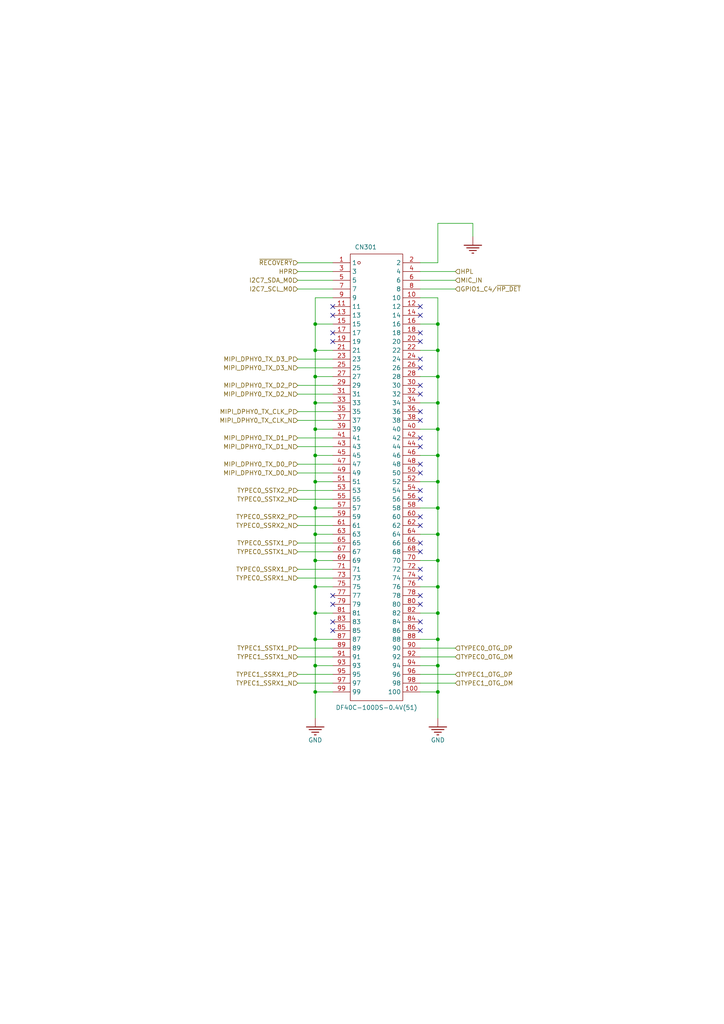
<source format=kicad_sch>
(kicad_sch (version 20250114) (generator "eeschema") (generator_version "9.0")
  (paper "A4" portrait)
  (lib_symbols
    (symbol "mainboard:DF40C-100DS-0.4V(51)"
      (symbol "DF40C-100DS-0.4V(51)_1_0"
        (rectangle (start -7.62 63.5) (end 7.62 -66.04))
        (circle (center -5.08 60.96) (radius 0.381))
        (pin input line (at -12.7 60.96 0) (length 5.08) (name "1") (number "1"))
        (pin input line (at -12.7 58.42 0) (length 5.08) (name "3") (number "3"))
        (pin input line (at -12.7 55.88 0) (length 5.08) (name "5") (number "5"))
        (pin input line (at -12.7 53.34 0) (length 5.08) (name "7") (number "7"))
        (pin input line (at -12.7 50.8 0) (length 5.08) (name "9") (number "9"))
        (pin input line (at -12.7 48.26 0) (length 5.08) (name "11") (number "11"))
        (pin input line (at -12.7 45.72 0) (length 5.08) (name "13") (number "13"))
        (pin input line (at -12.7 43.18 0) (length 5.08) (name "15") (number "15"))
        (pin input line (at -12.7 40.64 0) (length 5.08) (name "17") (number "17"))
        (pin input line (at -12.7 38.1 0) (length 5.08) (name "19") (number "19"))
        (pin input line (at -12.7 35.56 0) (length 5.08) (name "21") (number "21"))
        (pin input line (at -12.7 33.02 0) (length 5.08) (name "23") (number "23"))
        (pin input line (at -12.7 30.48 0) (length 5.08) (name "25") (number "25"))
        (pin input line (at -12.7 27.94 0) (length 5.08) (name "27") (number "27"))
        (pin input line (at -12.7 25.4 0) (length 5.08) (name "29") (number "29"))
        (pin input line (at -12.7 22.86 0) (length 5.08) (name "31") (number "31"))
        (pin input line (at -12.7 20.32 0) (length 5.08) (name "33") (number "33"))
        (pin input line (at -12.7 17.78 0) (length 5.08) (name "35") (number "35"))
        (pin input line (at -12.7 15.24 0) (length 5.08) (name "37") (number "37"))
        (pin input line (at -12.7 12.7 0) (length 5.08) (name "39") (number "39"))
        (pin input line (at -12.7 10.16 0) (length 5.08) (name "41") (number "41"))
        (pin input line (at -12.7 7.62 0) (length 5.08) (name "43") (number "43"))
        (pin input line (at -12.7 5.08 0) (length 5.08) (name "45") (number "45"))
        (pin input line (at -12.7 2.54 0) (length 5.08) (name "47") (number "47"))
        (pin input line (at -12.7 0 0) (length 5.08) (name "49") (number "49"))
        (pin input line (at -12.7 -2.54 0) (length 5.08) (name "51") (number "51"))
        (pin input line (at -12.7 -5.08 0) (length 5.08) (name "53") (number "53"))
        (pin input line (at -12.7 -7.62 0) (length 5.08) (name "55") (number "55"))
        (pin input line (at -12.7 -10.16 0) (length 5.08) (name "57") (number "57"))
        (pin input line (at -12.7 -12.7 0) (length 5.08) (name "59") (number "59"))
        (pin input line (at -12.7 -15.24 0) (length 5.08) (name "61") (number "61"))
        (pin input line (at -12.7 -17.78 0) (length 5.08) (name "63") (number "63"))
        (pin input line (at -12.7 -20.32 0) (length 5.08) (name "65") (number "65"))
        (pin input line (at -12.7 -22.86 0) (length 5.08) (name "67") (number "67"))
        (pin input line (at -12.7 -25.4 0) (length 5.08) (name "69") (number "69"))
        (pin input line (at -12.7 -27.94 0) (length 5.08) (name "71") (number "71"))
        (pin input line (at -12.7 -30.48 0) (length 5.08) (name "73") (number "73"))
        (pin input line (at -12.7 -33.02 0) (length 5.08) (name "75") (number "75"))
        (pin input line (at -12.7 -35.56 0) (length 5.08) (name "77") (number "77"))
        (pin input line (at -12.7 -38.1 0) (length 5.08) (name "79") (number "79"))
        (pin input line (at -12.7 -40.64 0) (length 5.08) (name "81") (number "81"))
        (pin input line (at -12.7 -43.18 0) (length 5.08) (name "83") (number "83"))
        (pin input line (at -12.7 -45.72 0) (length 5.08) (name "85") (number "85"))
        (pin input line (at -12.7 -48.26 0) (length 5.08) (name "87") (number "87"))
        (pin input line (at -12.7 -50.8 0) (length 5.08) (name "89") (number "89"))
        (pin input line (at -12.7 -53.34 0) (length 5.08) (name "91") (number "91"))
        (pin input line (at -12.7 -55.88 0) (length 5.08) (name "93") (number "93"))
        (pin input line (at -12.7 -58.42 0) (length 5.08) (name "95") (number "95"))
        (pin input line (at -12.7 -60.96 0) (length 5.08) (name "97") (number "97"))
        (pin input line (at -12.7 -63.5 0) (length 5.08) (name "99") (number "99"))
        (pin input line (at 12.7 60.96 180) (length 5.08) (name "2") (number "2"))
        (pin input line (at 12.7 58.42 180) (length 5.08) (name "4") (number "4"))
        (pin input line (at 12.7 55.88 180) (length 5.08) (name "6") (number "6"))
        (pin input line (at 12.7 53.34 180) (length 5.08) (name "8") (number "8"))
        (pin input line (at 12.7 50.8 180) (length 5.08) (name "10") (number "10"))
        (pin input line (at 12.7 48.26 180) (length 5.08) (name "12") (number "12"))
        (pin input line (at 12.7 45.72 180) (length 5.08) (name "14") (number "14"))
        (pin input line (at 12.7 43.18 180) (length 5.08) (name "16") (number "16"))
        (pin input line (at 12.7 40.64 180) (length 5.08) (name "18") (number "18"))
        (pin input line (at 12.7 38.1 180) (length 5.08) (name "20") (number "20"))
        (pin input line (at 12.7 35.56 180) (length 5.08) (name "22") (number "22"))
        (pin input line (at 12.7 33.02 180) (length 5.08) (name "24") (number "24"))
        (pin input line (at 12.7 30.48 180) (length 5.08) (name "26") (number "26"))
        (pin input line (at 12.7 27.94 180) (length 5.08) (name "28") (number "28"))
        (pin input line (at 12.7 25.4 180) (length 5.08) (name "30") (number "30"))
        (pin input line (at 12.7 22.86 180) (length 5.08) (name "32") (number "32"))
        (pin input line (at 12.7 20.32 180) (length 5.08) (name "34") (number "34"))
        (pin input line (at 12.7 17.78 180) (length 5.08) (name "36") (number "36"))
        (pin input line (at 12.7 15.24 180) (length 5.08) (name "38") (number "38"))
        (pin input line (at 12.7 12.7 180) (length 5.08) (name "40") (number "40"))
        (pin input line (at 12.7 10.16 180) (length 5.08) (name "42") (number "42"))
        (pin input line (at 12.7 7.62 180) (length 5.08) (name "44") (number "44"))
        (pin input line (at 12.7 5.08 180) (length 5.08) (name "46") (number "46"))
        (pin input line (at 12.7 2.54 180) (length 5.08) (name "48") (number "48"))
        (pin input line (at 12.7 0 180) (length 5.08) (name "50") (number "50"))
        (pin input line (at 12.7 -2.54 180) (length 5.08) (name "52") (number "52"))
        (pin input line (at 12.7 -5.08 180) (length 5.08) (name "54") (number "54"))
        (pin input line (at 12.7 -7.62 180) (length 5.08) (name "56") (number "56"))
        (pin input line (at 12.7 -10.16 180) (length 5.08) (name "58") (number "58"))
        (pin input line (at 12.7 -12.7 180) (length 5.08) (name "60") (number "60"))
        (pin input line (at 12.7 -15.24 180) (length 5.08) (name "62") (number "62"))
        (pin input line (at 12.7 -17.78 180) (length 5.08) (name "64") (number "64"))
        (pin input line (at 12.7 -20.32 180) (length 5.08) (name "66") (number "66"))
        (pin input line (at 12.7 -22.86 180) (length 5.08) (name "68") (number "68"))
        (pin input line (at 12.7 -25.4 180) (length 5.08) (name "70") (number "70"))
        (pin input line (at 12.7 -27.94 180) (length 5.08) (name "72") (number "72"))
        (pin input line (at 12.7 -30.48 180) (length 5.08) (name "74") (number "74"))
        (pin input line (at 12.7 -33.02 180) (length 5.08) (name "76") (number "76"))
        (pin input line (at 12.7 -35.56 180) (length 5.08) (name "78") (number "78"))
        (pin input line (at 12.7 -38.1 180) (length 5.08) (name "80") (number "80"))
        (pin input line (at 12.7 -40.64 180) (length 5.08) (name "82") (number "82"))
        (pin input line (at 12.7 -43.18 180) (length 5.08) (name "84") (number "84"))
        (pin input line (at 12.7 -45.72 180) (length 5.08) (name "86") (number "86"))
        (pin input line (at 12.7 -48.26 180) (length 5.08) (name "88") (number "88"))
        (pin input line (at 12.7 -50.8 180) (length 5.08) (name "90") (number "90"))
        (pin input line (at 12.7 -53.34 180) (length 5.08) (name "92") (number "92"))
        (pin input line (at 12.7 -55.88 180) (length 5.08) (name "94") (number "94"))
        (pin input line (at 12.7 -58.42 180) (length 5.08) (name "96") (number "96"))
        (pin input line (at 12.7 -60.96 180) (length 5.08) (name "98") (number "98"))
        (pin input line (at 12.7 -63.5 180) (length 5.08) (name "100") (number "100"))
      )
    )
    (symbol "mainboard:Ground-GND" (power) (pin_numbers (hide yes)) (pin_names (hide yes))
      (property "Value" "GND" (at 0 -6.35 0))
      (symbol "Ground-GND_1_0"
        (polyline (pts (xy -2.54 -2.54) (xy 2.54 -2.54)) (stroke (width 0.254)))
        (polyline (pts (xy -1.778 -3.302) (xy 1.778 -3.302)) (stroke (width 0.254)))
        (polyline (pts (xy -1.016 -4.064) (xy 1.016 -4.064)) (stroke (width 0.254)))
        (polyline (pts (xy -0.254 -4.826) (xy 0.254 -4.826)) (stroke (width 0.254)))
        (pin power_in line (at 0 0 270) (length 2.54) (name "") (number "1"))
      )
    )
  )
  (junction (at 127 124.46))
  (junction (at 91.44 154.94))
  (junction (at 127 139.7))
  (junction (at 127 193.04))
  (junction (at 127 109.22))
  (junction (at 91.44 101.6))
  (junction (at 91.44 193.04))
  (junction (at 91.44 139.7))
  (junction (at 91.44 93.98))
  (junction (at 127 154.94))
  (junction (at 127 101.6))
  (junction (at 91.44 200.66))
  (junction (at 91.44 170.18))
  (junction (at 127 147.32))
  (junction (at 127 116.84))
  (junction (at 127 177.8))
  (junction (at 91.44 162.56))
  (junction (at 127 185.42))
  (junction (at 91.44 116.84))
  (junction (at 127 200.66))
  (junction (at 127 93.98))
  (junction (at 127 132.08))
  (junction (at 91.44 132.08))
  (junction (at 127 170.18))
  (junction (at 91.44 109.22))
  (junction (at 127 162.56))
  (junction (at 91.44 147.32))
  (junction (at 91.44 185.42))
  (junction (at 91.44 124.46))
  (junction (at 91.44 177.8))
  (no_connect (at 121.92 91.44))
  (no_connect (at 96.52 180.34))
  (no_connect (at 121.92 180.34))
  (no_connect (at 121.92 106.68))
  (no_connect (at 121.92 88.9))
  (no_connect (at 121.92 114.3))
  (no_connect (at 121.92 134.62))
  (no_connect (at 121.92 144.78))
  (no_connect (at 121.92 172.72))
  (no_connect (at 121.92 142.24))
  (no_connect (at 96.52 182.88))
  (no_connect (at 96.52 91.44))
  (no_connect (at 121.92 137.16))
  (no_connect (at 96.52 175.26))
  (no_connect (at 96.52 99.06))
  (no_connect (at 121.92 167.64))
  (no_connect (at 121.92 121.92))
  (no_connect (at 121.92 129.54))
  (no_connect (at 121.92 157.48))
  (no_connect (at 121.92 165.1))
  (no_connect (at 121.92 152.4))
  (no_connect (at 121.92 182.88))
  (no_connect (at 121.92 127))
  (no_connect (at 121.92 111.76))
  (no_connect (at 121.92 149.86))
  (no_connect (at 121.92 104.14))
  (no_connect (at 96.52 88.9))
  (no_connect (at 121.92 175.26))
  (no_connect (at 96.52 172.72))
  (no_connect (at 121.92 99.06))
  (no_connect (at 121.92 96.52))
  (no_connect (at 121.92 119.38))
  (no_connect (at 121.92 160.02))
  (no_connect (at 96.52 96.52))
  (wire (pts (xy 91.44 177.8) (xy 91.44 170.18)))
  (wire (pts (xy 91.44 185.42) (xy 96.52 185.42)))
  (wire (pts (xy 91.44 101.6) (xy 96.52 101.6)))
  (wire (pts (xy 127 208.28) (xy 127 200.66)))
  (wire (pts (xy 121.92 198.12) (xy 132.08 198.12)))
  (wire (pts (xy 127 154.94) (xy 127 147.32)))
  (wire (pts (xy 127 124.46) (xy 127 116.84)))
  (wire (pts (xy 121.92 81.28) (xy 132.08 81.28)))
  (wire (pts (xy 121.92 76.2) (xy 127 76.2)))
  (wire (pts (xy 121.92 195.58) (xy 132.08 195.58)))
  (wire (pts (xy 96.52 152.4) (xy 86.36 152.4)))
  (wire (pts (xy 91.44 116.84) (xy 96.52 116.84)))
  (wire (pts (xy 96.52 137.16) (xy 86.36 137.16)))
  (wire (pts (xy 91.44 193.04) (xy 96.52 193.04)))
  (wire (pts (xy 127 177.8) (xy 127 170.18)))
  (wire (pts (xy 91.44 154.94) (xy 91.44 147.32)))
  (wire (pts (xy 96.52 114.3) (xy 86.36 114.3)))
  (wire (pts (xy 96.52 160.02) (xy 86.36 160.02)))
  (wire (pts (xy 96.52 144.78) (xy 86.36 144.78)))
  (wire (pts (xy 91.44 109.22) (xy 91.44 101.6)))
  (wire (pts (xy 127 109.22) (xy 127 101.6)))
  (wire (pts (xy 127 193.04) (xy 121.92 193.04)))
  (wire (pts (xy 127 185.42) (xy 121.92 185.42)))
  (wire (pts (xy 121.92 187.96) (xy 132.08 187.96)))
  (wire (pts (xy 91.44 124.46) (xy 91.44 116.84)))
  (wire (pts (xy 96.52 111.76) (xy 86.36 111.76)))
  (wire (pts (xy 127 132.08) (xy 127 124.46)))
  (wire (pts (xy 127 76.2) (xy 127 64.77)))
  (wire (pts (xy 127 185.42) (xy 127 177.8)))
  (wire (pts (xy 96.52 157.48) (xy 86.36 157.48)))
  (wire (pts (xy 96.52 142.24) (xy 86.36 142.24)))
  (wire (pts (xy 127 147.32) (xy 121.92 147.32)))
  (wire (pts (xy 91.44 86.36) (xy 96.52 86.36)))
  (wire (pts (xy 96.52 106.68) (xy 86.36 106.68)))
  (wire (pts (xy 96.52 121.92) (xy 86.36 121.92)))
  (wire (pts (xy 96.52 165.1) (xy 86.36 165.1)))
  (wire (pts (xy 91.44 124.46) (xy 96.52 124.46)))
  (wire (pts (xy 127 170.18) (xy 121.92 170.18)))
  (wire (pts (xy 127 162.56) (xy 121.92 162.56)))
  (wire (pts (xy 127 139.7) (xy 121.92 139.7)))
  (wire (pts (xy 121.92 78.74) (xy 132.08 78.74)))
  (wire (pts (xy 96.52 190.5) (xy 86.36 190.5)))
  (wire (pts (xy 96.52 76.2) (xy 86.36 76.2)))
  (wire (pts (xy 91.44 200.66) (xy 91.44 193.04)))
  (wire (pts (xy 96.52 78.74) (xy 86.36 78.74)))
  (wire (pts (xy 96.52 129.54) (xy 86.36 129.54)))
  (wire (pts (xy 96.52 119.38) (xy 86.36 119.38)))
  (wire (pts (xy 91.44 170.18) (xy 91.44 162.56)))
  (wire (pts (xy 96.52 127) (xy 86.36 127)))
  (wire (pts (xy 91.44 208.28) (xy 91.44 200.66)))
  (wire (pts (xy 96.52 198.12) (xy 86.36 198.12)))
  (wire (pts (xy 127 109.22) (xy 121.92 109.22)))
  (wire (pts (xy 91.44 200.66) (xy 96.52 200.66)))
  (wire (pts (xy 91.44 147.32) (xy 96.52 147.32)))
  (wire (pts (xy 127 147.32) (xy 127 139.7)))
  (wire (pts (xy 127 200.66) (xy 127 193.04)))
  (wire (pts (xy 96.52 149.86) (xy 86.36 149.86)))
  (wire (pts (xy 91.44 93.98) (xy 91.44 86.36)))
  (wire (pts (xy 127 170.18) (xy 127 162.56)))
  (wire (pts (xy 127 101.6) (xy 121.92 101.6)))
  (wire (pts (xy 127 177.8) (xy 121.92 177.8)))
  (wire (pts (xy 91.44 93.98) (xy 96.52 93.98)))
  (wire (pts (xy 91.44 132.08) (xy 96.52 132.08)))
  (wire (pts (xy 91.44 101.6) (xy 91.44 93.98)))
  (wire (pts (xy 91.44 170.18) (xy 96.52 170.18)))
  (wire (pts (xy 127 132.08) (xy 121.92 132.08)))
  (wire (pts (xy 121.92 190.5) (xy 132.08 190.5)))
  (wire (pts (xy 127 193.04) (xy 127 185.42)))
  (wire (pts (xy 91.44 154.94) (xy 96.52 154.94)))
  (wire (pts (xy 96.52 195.58) (xy 86.36 195.58)))
  (wire (pts (xy 127 200.66) (xy 121.92 200.66)))
  (wire (pts (xy 96.52 81.28) (xy 86.36 81.28)))
  (wire (pts (xy 121.92 83.82) (xy 132.08 83.82)))
  (wire (pts (xy 91.44 162.56) (xy 91.44 154.94)))
  (wire (pts (xy 127 86.36) (xy 121.92 86.36)))
  (wire (pts (xy 91.44 162.56) (xy 96.52 162.56)))
  (wire (pts (xy 91.44 139.7) (xy 91.44 132.08)))
  (wire (pts (xy 96.52 134.62) (xy 86.36 134.62)))
  (wire (pts (xy 137.16 64.77) (xy 127 64.77)))
  (wire (pts (xy 127 93.98) (xy 127 86.36)))
  (wire (pts (xy 91.44 185.42) (xy 91.44 177.8)))
  (wire (pts (xy 91.44 193.04) (xy 91.44 185.42)))
  (wire (pts (xy 96.52 83.82) (xy 86.36 83.82)))
  (wire (pts (xy 127 162.56) (xy 127 154.94)))
  (wire (pts (xy 127 93.98) (xy 121.92 93.98)))
  (wire (pts (xy 127 124.46) (xy 121.92 124.46)))
  (wire (pts (xy 96.52 167.64) (xy 86.36 167.64)))
  (wire (pts (xy 127 154.94) (xy 121.92 154.94)))
  (wire (pts (xy 127 139.7) (xy 127 132.08)))
  (wire (pts (xy 127 116.84) (xy 127 109.22)))
  (wire (pts (xy 91.44 132.08) (xy 91.44 124.46)))
  (wire (pts (xy 137.16 64.77) (xy 137.16 68.58)))
  (wire (pts (xy 91.44 147.32) (xy 91.44 139.7)))
  (wire (pts (xy 91.44 177.8) (xy 96.52 177.8)))
  (wire (pts (xy 91.44 109.22) (xy 96.52 109.22)))
  (wire (pts (xy 96.52 104.14) (xy 86.36 104.14)))
  (wire (pts (xy 91.44 139.7) (xy 96.52 139.7)))
  (wire (pts (xy 91.44 116.84) (xy 91.44 109.22)))
  (wire (pts (xy 127 116.84) (xy 121.92 116.84)))
  (wire (pts (xy 96.52 187.96) (xy 86.36 187.96)))
  (wire (pts (xy 127 101.6) (xy 127 93.98)))
  (hierarchical_label "HPR" (shape input) (at 86.36 78.74 180))
  (hierarchical_label "MIPI_DPHY0_TX_D3_N" (shape input) (at 86.36 106.68 180))
  (hierarchical_label "MIPI_DPHY0_TX_D1_P" (shape input) (at 86.36 127 180))
  (hierarchical_label "TYPEC0_SSTX1_P" (shape input) (at 86.36 157.48 180))
  (hierarchical_label "TYPEC0_SSTX1_N" (shape input) (at 86.36 160.02 180))
  (hierarchical_label "MIPI_DPHY0_TX_D0_N" (shape input) (at 86.36 137.16 180))
  (hierarchical_label "I2C7_SCL_M0" (shape input) (at 86.36 83.82 180))
  (hierarchical_label "TYPEC1_OTG_DM" (shape input) (at 132.08 198.12 0))
  (hierarchical_label "TYPEC0_OTG_DM" (shape input) (at 132.08 190.5 0))
  (hierarchical_label "TYPEC1_SSRX1_N" (shape input) (at 86.36 198.12 180))
  (hierarchical_label "HPL" (shape input) (at 132.08 78.74 0))
  (hierarchical_label "MIPI_DPHY0_TX_D2_P" (shape input) (at 86.36 111.76 180))
  (hierarchical_label "MIPI_DPHY0_TX_D2_N" (shape input) (at 86.36 114.3 180))
  (hierarchical_label "MIPI_DPHY0_TX_CLK_N" (shape input) (at 86.36 121.92 180))
  (hierarchical_label "TYPEC0_SSRX1_P" (shape input) (at 86.36 165.1 180))
  (hierarchical_label "MIPI_DPHY0_TX_D3_P" (shape input) (at 86.36 104.14 180))
  (hierarchical_label "TYPEC1_SSTX1_N" (shape input) (at 86.36 190.5 180))
  (hierarchical_label "MIC_IN" (shape input) (at 132.08 81.28 0))
  (hierarchical_label "I2C7_SDA_M0" (shape input) (at 86.36 81.28 180))
  (hierarchical_label "~{RECOVERY}" (shape input) (at 86.36 76.2 180))
  (hierarchical_label "TYPEC0_SSRX2_P" (shape input) (at 86.36 149.86 180))
  (hierarchical_label "TYPEC0_OTG_DP" (shape input) (at 132.08 187.96 0))
  (hierarchical_label "GPIO1_C4{slash}~{HP_DET}" (shape input) (at 132.08 83.82 0))
  (hierarchical_label "MIPI_DPHY0_TX_D1_N" (shape input) (at 86.36 129.54 180))
  (hierarchical_label "TYPEC0_SSTX2_N" (shape input) (at 86.36 144.78 180))
  (hierarchical_label "TYPEC1_OTG_DP" (shape input) (at 132.08 195.58 0))
  (hierarchical_label "TYPEC0_SSRX2_N" (shape input) (at 86.36 152.4 180))
  (hierarchical_label "MIPI_DPHY0_TX_CLK_P" (shape input) (at 86.36 119.38 180))
  (hierarchical_label "MIPI_DPHY0_TX_D0_P" (shape input) (at 86.36 134.62 180))
  (hierarchical_label "TYPEC0_SSRX1_N" (shape input) (at 86.36 167.64 180))
  (hierarchical_label "TYPEC1_SSTX1_P" (shape input) (at 86.36 187.96 180))
  (hierarchical_label "TYPEC1_SSRX1_P" (shape input) (at 86.36 195.58 180))
  (hierarchical_label "TYPEC0_SSTX2_P" (shape input) (at 86.36 142.24 180))
  (symbol (lib_id "mainboard:Ground-GND") (at 91.44 208.28 0) (unit 1)
    (property "Reference" "#PWR0302" (effects (hide yes)))
    (property "Value" "GND" (at 91.44 214.63 0))
    (property "Footprint" "mainboard:" (effects (hide yes)))
  )
  (symbol (lib_id "mainboard:Ground-GND") (at 127 208.28 0) (unit 1)
    (property "Reference" "#PWR0303" (effects (hide yes)))
    (property "Value" "GND" (at 127 214.63 0))
    (property "Footprint" "mainboard:" (effects (hide yes)))
  )
  (symbol (lib_id "mainboard:DF40C-100DS-0.4V(51)") (at 109.22 137.16 0) (unit 1)
    (property "Reference" "CN301" (at 102.87 72.39 0) (effects (justify left bottom)))
    (property "Value" "DF40C-100DS-0.4V(51)" (at 109.22 204.47 0) (effects (justify top)))
    (property "Footprint" "mainboard:CONN-SMD_DF40C-100DS-0.4V-51" (effects (hide yes)))
    (property "Datasheet" "https://atta.szlcsc.com/upload/public/pdf/source/20200611/C597932_F50447A8BD413549CB06DCD4A9C7496A.pdf" (effects (hide yes)))
    (property "Description" "Number of Pins:- Pitch:0.4mm Gender:Female Mounting Style:Brick nogging Number of Rows:2 Current Rating (Max):300mA Contact Plating:Gold Operating Temperature Range:-35°C~+85°C Operating Temperature Range:-35°C~+85°C" (effects (hide yes)))
    (property "Manufacturer Part" "DF40C-100DS-0.4V(51)" (effects (hide yes)))
    (property "Manufacturer" "HRS(广濑)" (effects (hide yes)))
    (property "Supplier Part" "C597931" (effects (hide yes)))
    (property "Supplier" "LCSC" (effects (hide yes)))
    (property "LCSC Part Name" "间距:0.4mm 母 立贴" (effects (hide yes)))
  )
  (symbol (lib_id "mainboard:Ground-GND") (at 137.16 68.58 0) (unit 1)
    (property "Reference" "#PWR0301" (effects (hide yes)))
    (property "Value" "GND_AUDIO" (effects (hide yes)))
    (property "Footprint" "mainboard:" (effects (hide yes)))
  )
)
</source>
